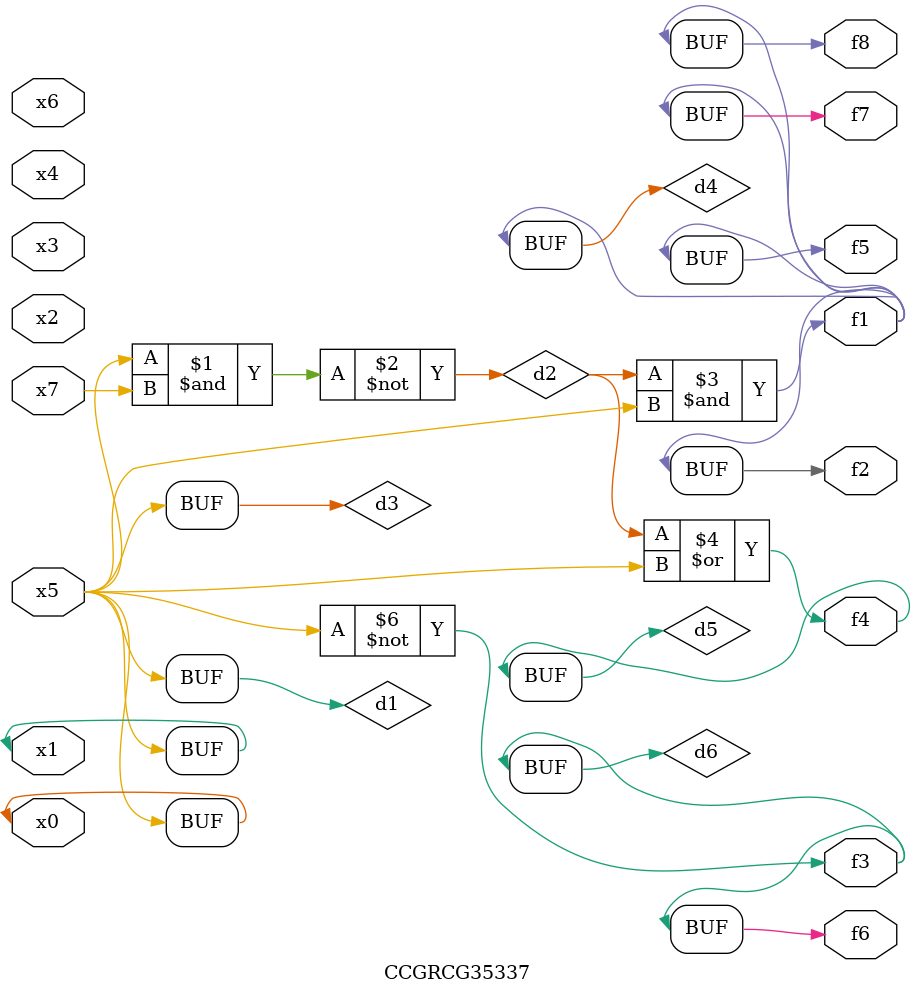
<source format=v>
module CCGRCG35337(
	input x0, x1, x2, x3, x4, x5, x6, x7,
	output f1, f2, f3, f4, f5, f6, f7, f8
);

	wire d1, d2, d3, d4, d5, d6;

	buf (d1, x0, x5);
	nand (d2, x5, x7);
	buf (d3, x0, x1);
	and (d4, d2, d3);
	or (d5, d2, d3);
	nor (d6, d1, d3);
	assign f1 = d4;
	assign f2 = d4;
	assign f3 = d6;
	assign f4 = d5;
	assign f5 = d4;
	assign f6 = d6;
	assign f7 = d4;
	assign f8 = d4;
endmodule

</source>
